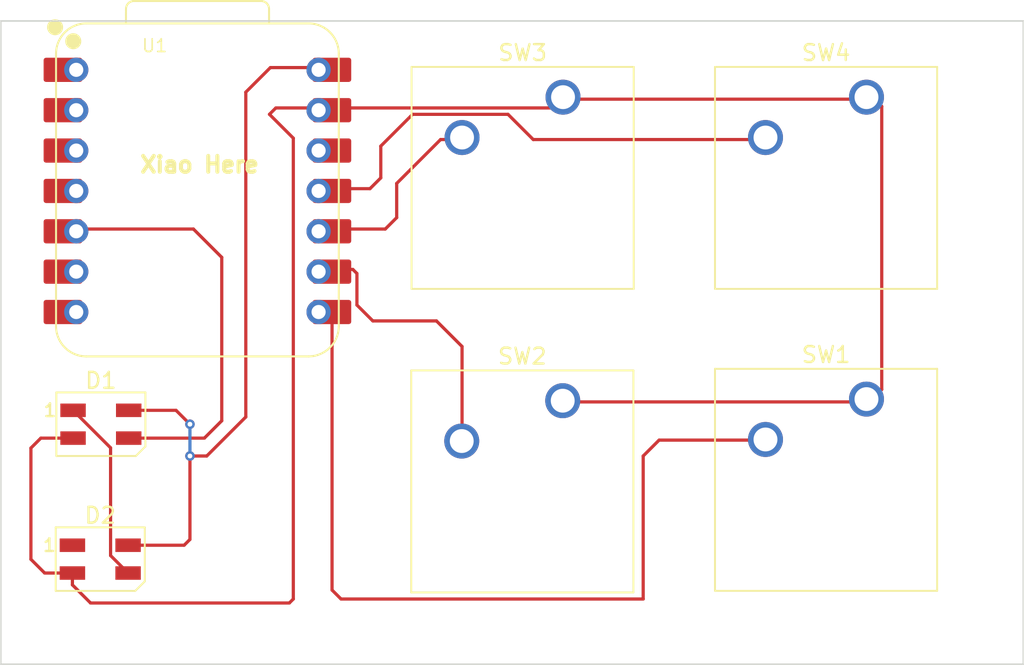
<source format=kicad_pcb>
(kicad_pcb (version 20241229) (generator "pcbnew") (generator_version "9.0")
  (layers (0 "F.Cu" signal) (2 "B.Cu" signal) (13 "F.Paste" user) (15 "B.Paste" user) (5 "F.SilkS" user "F.Silkscreen") (7 "B.SilkS" user "B.Silkscreen") (1 "F.Mask" user) (3 "B.Mask" user) (25 "Edge.Cuts" user))
  (net 0 "")
  (net 1 "+5V")
  (net 2 "Net-(D1-DOUT)")
  (net 3 "GND")
  (net 4 "Net-(D1-DIN)")
  (net 6 "Net-(U1-GPIO1{slash}RX)")
  (net 7 "Net-(U1-GPIO2{slash}SCK)")
  (net 8 "Net-(U1-GPIO4{slash}MISO)")
  (net 9 "Net-(U1-GPIO3{slash}MOSI)")
  (footprint "Button_Switch_Keyboard:SW_Cherry_MX_1.00u_PCB" (layer "F.Cu") (at 142.54 52.42)
    (property "Reference" "SW4" (at -2.54 -2.794 0) (layer "F.SilkS"))
    (property "Value" "SW_Push")
    (fp_line (start -9.525 -1.905) (end 4.445 -1.905) (stroke (width 0.12)) (layer "F.SilkS"))
    (fp_line (start -9.525 12.065) (end -9.525 -1.905) (stroke (width 0.12)) (layer "F.SilkS"))
    (fp_line (start 4.445 -1.905) (end 4.445 12.065) (stroke (width 0.12)) (layer "F.SilkS"))
    (fp_line (start 4.445 12.065) (end -9.525 12.065) (stroke (width 0.12)) (layer "F.SilkS"))
    (pad "" np_thru_hole circle (at -7.62 5.08) (size 1.7 1.7) (drill 1.7) (layers "*.Cu" "*.Mask"))
    (pad "" np_thru_hole circle (at -2.54 5.08) (size 4 4) (drill 4) (layers "*.Cu" "*.Mask"))
    (pad "" np_thru_hole circle (at 2.54 5.08) (size 1.7 1.7) (drill 1.7) (layers "*.Cu" "*.Mask"))
    (pad "1" thru_hole circle (at 0 0) (size 2.2 2.2) (drill 1.5) (layers "*.Cu" "*.Mask") (net 3 "GND"))
    (pad "2" thru_hole circle (at -6.35 2.54) (size 2.2 2.2) (drill 1.5) (layers "*.Cu" "*.Mask") (net 9 "Net-(U1-GPIO3{slash}MOSI)"))
  )
  (footprint "LED_SMD:LED_SK6812MINI_PLCC4_3.5x3.5mm_P1.75mm" (layer "F.Cu") (at 94.4 73)
    (property "Reference" "D1" (at 0 -2.75 0) (layer "F.SilkS"))
    (property "Value" "SK6812MINI")
    (fp_line (start -2.8 -2) (end -2.8 2) (stroke (width 0.12)) (layer "F.SilkS"))
    (fp_line (start -2.8 -2) (end 2.8 -2) (stroke (width 0.12)) (layer "F.SilkS"))
    (fp_line (start -2.8 2) (end 2.2 2) (stroke (width 0.12)) (layer "F.SilkS"))
    (fp_line (start 2.8 1.4) (end 2.2 2) (stroke (width 0.12)) (layer "F.SilkS"))
    (fp_line (start 2.8 1.4) (end 2.8 -2) (stroke (width 0.12)) (layer "F.SilkS"))
    (fp_text user "1" (at -3.2 -0.875 0) (layer "F.SilkS") (effects (font (size 0.8 0.8))))
    (pad "1" smd rect (at -1.75 -0.875) (size 1.6 0.85) (layers "F.Cu" "F.Mask" "F.Paste") (net 2 "Net-(D1-DOUT)"))
    (pad "2" smd rect (at -1.75 0.875) (size 1.6 0.85) (layers "F.Cu" "F.Mask" "F.Paste") (net 3 "GND"))
    (pad "3" smd rect (at 1.75 0.875) (size 1.6 0.85) (layers "F.Cu" "F.Mask" "F.Paste") (net 4 "Net-(D1-DIN)"))
    (pad "4" smd rect (at 1.75 -0.875) (size 1.6 0.85) (layers "F.Cu" "F.Mask" "F.Paste") (net 1 "+5V"))
  )
  (footprint "Button_Switch_Keyboard:SW_Cherry_MX_1.00u_PCB" (layer "F.Cu") (at 123.44 71.52)
    (property "Reference" "SW2" (at -2.54 -2.794 0) (layer "F.SilkS"))
    (property "Value" "SW_Push")
    (fp_line (start -9.525 -1.905) (end 4.445 -1.905) (stroke (width 0.12)) (layer "F.SilkS"))
    (fp_line (start -9.525 12.065) (end -9.525 -1.905) (stroke (width 0.12)) (layer "F.SilkS"))
    (fp_line (start 4.445 -1.905) (end 4.445 12.065) (stroke (width 0.12)) (layer "F.SilkS"))
    (fp_line (start 4.445 12.065) (end -9.525 12.065) (stroke (width 0.12)) (layer "F.SilkS"))
    (pad "" np_thru_hole circle (at -7.62 5.08) (size 1.7 1.7) (drill 1.7) (layers "*.Cu" "*.Mask"))
    (pad "" np_thru_hole circle (at -2.54 5.08) (size 4 4) (drill 4) (layers "*.Cu" "*.Mask"))
    (pad "" np_thru_hole circle (at 2.54 5.08) (size 1.7 1.7) (drill 1.7) (layers "*.Cu" "*.Mask"))
    (pad "1" thru_hole circle (at 0 0) (size 2.2 2.2) (drill 1.5) (layers "*.Cu" "*.Mask") (net 3 "GND"))
    (pad "2" thru_hole circle (at -6.35 2.54) (size 2.2 2.2) (drill 1.5) (layers "*.Cu" "*.Mask") (net 7 "Net-(U1-GPIO2{slash}SCK)"))
  )
  (footprint "Button_Switch_Keyboard:SW_Cherry_MX_1.00u_PCB" (layer "F.Cu") (at 142.54 71.42)
    (property "Reference" "SW1" (at -2.54 -2.794 0) (layer "F.SilkS"))
    (property "Value" "SW_Push")
    (fp_line (start -9.525 -1.905) (end 4.445 -1.905) (stroke (width 0.12)) (layer "F.SilkS"))
    (fp_line (start -9.525 12.065) (end -9.525 -1.905) (stroke (width 0.12)) (layer "F.SilkS"))
    (fp_line (start 4.445 -1.905) (end 4.445 12.065) (stroke (width 0.12)) (layer "F.SilkS"))
    (fp_line (start 4.445 12.065) (end -9.525 12.065) (stroke (width 0.12)) (layer "F.SilkS"))
    (pad "" np_thru_hole circle (at -7.62 5.08) (size 1.7 1.7) (drill 1.7) (layers "*.Cu" "*.Mask"))
    (pad "" np_thru_hole circle (at -2.54 5.08) (size 4 4) (drill 4) (layers "*.Cu" "*.Mask"))
    (pad "" np_thru_hole circle (at 2.54 5.08) (size 1.7 1.7) (drill 1.7) (layers "*.Cu" "*.Mask"))
    (pad "1" thru_hole circle (at 0 0) (size 2.2 2.2) (drill 1.5) (layers "*.Cu" "*.Mask") (net 3 "GND"))
    (pad "2" thru_hole circle (at -6.35 2.54) (size 2.2 2.2) (drill 1.5) (layers "*.Cu" "*.Mask") (net 6 "Net-(U1-GPIO1{slash}RX)"))
  )
  (footprint "OPL:XIAO-RP2040-DIP" (layer "F.Cu") (at 100.47 58.32)
    (property "Reference" "U1" (at -2.69 -9.14 0) (layer "F.SilkS") (effects (font (size 0.8 0.8) (thickness 0.1016))))
    (property "Value" "XIAO-RP2040-DIP")
    (fp_line (start -8.89 8.509) (end -8.89 -8.636) (stroke (width 0.127)) (layer "F.SilkS"))
    (fp_line (start -6.985 10.414) (end 6.985 10.414) (stroke (width 0.127)) (layer "F.SilkS"))
    (fp_line (start -4.495 -10.541) (end -4.491272 -11.451272) (stroke (width 0.127)) (layer "F.SilkS"))
    (fp_line (start -3.991272 -11.951) (end 4.004 -11.951) (stroke (width 0.127)) (layer "F.SilkS"))
    (fp_line (start 4.504 -11.451) (end 4.504 -10.541) (stroke (width 0.127)) (layer "F.SilkS"))
    (fp_line (start 6.985 -10.541) (end -6.985 -10.541) (stroke (width 0.1)) (layer "F.SilkS"))
    (fp_line (start 6.985 -10.541) (end -6.985 -10.541) (stroke (width 0.127)) (layer "F.SilkS"))
    (fp_line (start 8.89 8.509) (end 8.89 -8.636) (stroke (width 0.127)) (layer "F.SilkS"))
    (fp_arc (start -8.89 -8.636) (mid -8.332038 -9.983038) (end -6.985 -10.541) (stroke (width 0.127)) (layer "F.SilkS"))
    (fp_arc (start -6.985 10.414) (mid -8.332038 9.856038) (end -8.89 8.509) (stroke (width 0.127)) (layer "F.SilkS"))
    (fp_arc (start -4.491272 -11.451272) (mid -4.344728 -11.80464) (end -3.991272 -11.951) (stroke (width 0.127)) (layer "F.SilkS"))
    (fp_arc (start 4.004 -11.951) (mid 4.357553 -11.804553) (end 4.504 -11.451) (stroke (width 0.127)) (layer "F.SilkS"))
    (fp_arc (start 6.985 -10.541) (mid 8.332038 -9.983038) (end 8.89 -8.636) (stroke (width 0.127)) (layer "F.SilkS"))
    (fp_arc (start 8.89 8.509) (mid 8.332038 9.856038) (end 6.985 10.414) (stroke (width 0.127)) (layer "F.SilkS"))
    (fp_circle (center -8.95 -10.3) (end -8.95 -10.554) (stroke (width 0.5)) (fill yes) (layer "F.SilkS"))
    (fp_circle (center -7.807 -9.42) (end -7.807 -9.674) (stroke (width 0.5)) (fill yes) (layer "F.SilkS"))
    (pad "1" smd roundrect (at -8.455 -7.62 180) (size 2.432 1.524) (layers "F.Cu" "F.Mask") (roundrect_rratio 0.1))
    (pad "1" thru_hole circle (at -7.62 -7.62 180) (size 1.524 1.524) (drill 0.889) (layers "*.Cu" "*.Mask"))
    (pad "2" smd roundrect (at -8.455 -5.08 180) (size 2.432 1.524) (layers "F.Cu" "F.Mask") (roundrect_rratio 0.1))
    (pad "2" thru_hole circle (at -7.62 -5.08 180) (size 1.524 1.524) (drill 0.889) (layers "*.Cu" "*.Mask"))
    (pad "3" smd roundrect (at -8.455 -2.54 180) (size 2.432 1.524) (layers "F.Cu" "F.Mask") (roundrect_rratio 0.1))
    (pad "3" thru_hole circle (at -7.62 -2.54 180) (size 1.524 1.524) (drill 0.889) (layers "*.Cu" "*.Mask"))
    (pad "4" smd roundrect (at -8.455 0 180) (size 2.432 1.524) (layers "F.Cu" "F.Mask") (roundrect_rratio 0.1))
    (pad "4" thru_hole circle (at -7.62 0 180) (size 1.524 1.524) (drill 0.889) (layers "*.Cu" "*.Mask"))
    (pad "5" smd roundrect (at -8.455 2.54 180) (size 2.432 1.524) (layers "F.Cu" "F.Mask") (roundrect_rratio 0.1) (net 4 "Net-(D1-DIN)"))
    (pad "5" thru_hole circle (at -7.62 2.54 180) (size 1.524 1.524) (drill 0.889) (layers "*.Cu" "*.Mask") (net 4 "Net-(D1-DIN)"))
    (pad "6" smd roundrect (at -8.455 5.08 180) (size 2.432 1.524) (layers "F.Cu" "F.Mask") (roundrect_rratio 0.1))
    (pad "6" thru_hole circle (at -7.62 5.08 180) (size 1.524 1.524) (drill 0.889) (layers "*.Cu" "*.Mask"))
    (pad "7" smd roundrect (at -8.455 7.62 180) (size 2.432 1.524) (layers "F.Cu" "F.Mask") (roundrect_rratio 0.1))
    (pad "7" thru_hole circle (at -7.62 7.62 180) (size 1.524 1.524) (drill 0.889) (layers "*.Cu" "*.Mask"))
    (pad "8" thru_hole circle (at 7.62 7.62) (size 1.524 1.524) (drill 0.889) (layers "*.Cu" "*.Mask") (net 6 "Net-(U1-GPIO1{slash}RX)"))
    (pad "8" smd roundrect (at 8.455 7.62) (size 2.432 1.524) (layers "F.Cu" "F.Mask") (roundrect_rratio 0.1) (net 6 "Net-(U1-GPIO1{slash}RX)"))
    (pad "9" thru_hole circle (at 7.62 5.08) (size 1.524 1.524) (drill 0.889) (layers "*.Cu" "*.Mask") (net 7 "Net-(U1-GPIO2{slash}SCK)"))
    (pad "9" smd roundrect (at 8.455 5.08) (size 2.432 1.524) (layers "F.Cu" "F.Mask") (roundrect_rratio 0.1) (net 7 "Net-(U1-GPIO2{slash}SCK)"))
    (pad "10" thru_hole circle (at 7.62 2.54) (size 1.524 1.524) (drill 0.889) (layers "*.Cu" "*.Mask") (net 8 "Net-(U1-GPIO4{slash}MISO)"))
    (pad "10" smd roundrect (at 8.455 2.54) (size 2.432 1.524) (layers "F.Cu" "F.Mask") (roundrect_rratio 0.1) (net 8 "Net-(U1-GPIO4{slash}MISO)"))
    (pad "11" thru_hole circle (at 7.62 0) (size 1.524 1.524) (drill 0.889) (layers "*.Cu" "*.Mask") (net 9 "Net-(U1-GPIO3{slash}MOSI)"))
    (pad "11" smd roundrect (at 8.455 0) (size 2.432 1.524) (layers "F.Cu" "F.Mask") (roundrect_rratio 0.1) (net 9 "Net-(U1-GPIO3{slash}MOSI)"))
    (pad "12" thru_hole circle (at 7.62 -2.54) (size 1.524 1.524) (drill 0.889) (layers "*.Cu" "*.Mask"))
    (pad "12" smd roundrect (at 8.455 -2.54) (size 2.432 1.524) (layers "F.Cu" "F.Mask") (roundrect_rratio 0.1))
    (pad "13" thru_hole circle (at 7.62 -5.08) (size 1.524 1.524) (drill 0.889) (layers "*.Cu" "*.Mask") (net 3 "GND"))
    (pad "13" smd roundrect (at 8.455 -5.08) (size 2.432 1.524) (layers "F.Cu" "F.Mask") (roundrect_rratio 0.1) (net 3 "GND"))
    (pad "14" thru_hole circle (at 7.62 -7.62) (size 1.524 1.524) (drill 0.889) (layers "*.Cu" "*.Mask") (net 1 "+5V"))
    (pad "14" smd roundrect (at 8.455 -7.62) (size 2.432 1.524) (layers "F.Cu" "F.Mask") (roundrect_rratio 0.1) (net 1 "+5V"))
  )
  (footprint "LED_SMD:LED_SK6812MINI_PLCC4_3.5x3.5mm_P1.75mm" (layer "F.Cu") (at 94.36 81.49)
    (property "Reference" "D2" (at 0 -2.75 0) (layer "F.SilkS"))
    (property "Value" "SK6812MINI")
    (fp_line (start -2.8 -2) (end -2.8 2) (stroke (width 0.12)) (layer "F.SilkS"))
    (fp_line (start -2.8 -2) (end 2.8 -2) (stroke (width 0.12)) (layer "F.SilkS"))
    (fp_line (start -2.8 2) (end 2.2 2) (stroke (width 0.12)) (layer "F.SilkS"))
    (fp_line (start 2.8 1.4) (end 2.2 2) (stroke (width 0.12)) (layer "F.SilkS"))
    (fp_line (start 2.8 1.4) (end 2.8 -2) (stroke (width 0.12)) (layer "F.SilkS"))
    (fp_text user "1" (at -3.2 -0.875 0) (layer "F.SilkS") (effects (font (size 0.8 0.8))))
    (pad "1" smd rect (at -1.75 -0.875) (size 1.6 0.85) (layers "F.Cu" "F.Mask" "F.Paste"))
    (pad "2" smd rect (at -1.75 0.875) (size 1.6 0.85) (layers "F.Cu" "F.Mask" "F.Paste") (net 3 "GND"))
    (pad "3" smd rect (at 1.75 0.875) (size 1.6 0.85) (layers "F.Cu" "F.Mask" "F.Paste") (net 2 "Net-(D1-DOUT)"))
    (pad "4" smd rect (at 1.75 -0.875) (size 1.6 0.85) (layers "F.Cu" "F.Mask" "F.Paste") (net 1 "+5V"))
  )
  (footprint "Button_Switch_Keyboard:SW_Cherry_MX_1.00u_PCB" (layer "F.Cu") (at 123.46 52.42)
    (property "Reference" "SW3" (at -2.54 -2.794 0) (layer "F.SilkS"))
    (property "Value" "SW_Push")
    (fp_line (start -9.525 -1.905) (end 4.445 -1.905) (stroke (width 0.12)) (layer "F.SilkS"))
    (fp_line (start -9.525 12.065) (end -9.525 -1.905) (stroke (width 0.12)) (layer "F.SilkS"))
    (fp_line (start 4.445 -1.905) (end 4.445 12.065) (stroke (width 0.12)) (layer "F.SilkS"))
    (fp_line (start 4.445 12.065) (end -9.525 12.065) (stroke (width 0.12)) (layer "F.SilkS"))
    (pad "" np_thru_hole circle (at -7.62 5.08) (size 1.7 1.7) (drill 1.7) (layers "*.Cu" "*.Mask"))
    (pad "" np_thru_hole circle (at -2.54 5.08) (size 4 4) (drill 4) (layers "*.Cu" "*.Mask"))
    (pad "" np_thru_hole circle (at 2.54 5.08) (size 1.7 1.7) (drill 1.7) (layers "*.Cu" "*.Mask"))
    (pad "1" thru_hole circle (at 0 0) (size 2.2 2.2) (drill 1.5) (layers "*.Cu" "*.Mask") (net 3 "GND"))
    (pad "2" thru_hole circle (at -6.35 2.54) (size 2.2 2.2) (drill 1.5) (layers "*.Cu" "*.Mask") (net 8 "Net-(U1-GPIO4{slash}MISO)"))
  )
  (gr_rect (start 88.10625 47.625) (end 152.4 88.10625) (stroke (width 0.1)) (fill no) (layer "Edge.Cuts"))
  (gr_text "Xiao Here" (at 96.75 57.25 0) (layer "F.SilkS") (effects (font (size 1 1) (thickness 0.25) (bold yes)) (justify left bottom)))
  (segment (start 108.1 50.5585) (end 105.0585 50.5585) (width 0.2) (layer "F.Cu") (net 1))
  (segment (start 103.5125 72.545) (end 103.5125 52.1045) (width 0.2) (layer "F.Cu") (net 1))
  (segment (start 101.0575 75) (end 100 75) (width 0.2) (layer "F.Cu") (net 1))
  (segment (start 103.5125 52.1045) (end 105.0585 50.5585) (width 0.2) (layer "F.Cu") (net 1))
  (segment (start 100 73) (end 99.125 72.125) (width 0.2) (layer "F.Cu") (net 1))
  (segment (start 99.125 72.125) (end 96.15 72.125) (width 0.2) (layer "F.Cu") (net 1))
  (segment (start 100 80.25) (end 99.635 80.615) (width 0.2) (layer "F.Cu") (net 1))
  (segment (start 103.5125 72.545) (end 101.0575 75) (width 0.2) (layer "F.Cu") (net 1))
  (segment (start 100 75) (end 100 80.25) (width 0.2) (layer "F.Cu") (net 1))
  (segment (start 99.635 80.615) (end 96.11 80.615) (width 0.2) (layer "F.Cu") (net 1))
  (via (at 100 75) (size 0.6) (drill 0.3) (layers "F.Cu" "B.Cu") (net 1))
  (via (at 100 73) (size 0.6) (drill 0.3) (layers "F.Cu" "B.Cu") (net 1))
  (segment (start 100 75) (end 100 73) (width 0.2) (layer "B.Cu") (net 1))
  (segment (start 95.009 81.264) (end 95.009 74.484) (width 0.2) (layer "F.Cu") (net 2))
  (segment (start 96.11 82.365) (end 95.009 81.264) (width 0.2) (layer "F.Cu") (net 2))
  (segment (start 95.009 74.484) (end 92.65 72.125) (width 0.2) (layer "F.Cu") (net 2))
  (segment (start 108.935 53.0985) (end 123.114 53.0985) (width 0.2) (layer "F.Cu") (net 3))
  (segment (start 106.5 55) (end 105 53.5) (width 0.2) (layer "F.Cu") (net 3))
  (segment (start 93.75 84.25) (end 106.25 84.25) (width 0.2) (layer "F.Cu") (net 3))
  (segment (start 106.25 84.25) (end 106.5 84) (width 0.2) (layer "F.Cu") (net 3))
  (segment (start 123.114 53.0985) (end 123.66625 52.54625) (width 0.2) (layer "F.Cu") (net 3))
  (segment (start 106.5 84) (end 106.5 55) (width 0.2) (layer "F.Cu") (net 3))
  (segment (start 90 81.5) (end 90.865 82.365) (width 0.2) (layer "F.Cu") (net 3))
  (segment (start 92.61 82.365) (end 92.61 83.11) (width 0.2) (layer "F.Cu") (net 3))
  (segment (start 143.04625 52.54625) (end 143.5 53) (width 0.2) (layer "F.Cu") (net 3))
  (segment (start 90.865 82.365) (end 92.61 82.365) (width 0.2) (layer "F.Cu") (net 3))
  (segment (start 90.625 73.875) (end 90 74.5) (width 0.2) (layer "F.Cu") (net 3))
  (segment (start 92.65 73.875) (end 90.625 73.875) (width 0.2) (layer "F.Cu") (net 3))
  (segment (start 143.5 53) (end 143.5 70.8125) (width 0.2) (layer "F.Cu") (net 3))
  (segment (start 105.4015 53.0985) (end 108.935 53.0985) (width 0.2) (layer "F.Cu") (net 3))
  (segment (start 142.71625 71.59625) (end 123.66625 71.59625) (width 0.2) (layer "F.Cu") (net 3))
  (segment (start 143.5 70.8125) (end 142.71625 71.59625) (width 0.2) (layer "F.Cu") (net 3))
  (segment (start 142.71625 52.54625) (end 143.04625 52.54625) (width 0.2) (layer "F.Cu") (net 3))
  (segment (start 90 74.5) (end 90 81.5) (width 0.2) (layer "F.Cu") (net 3))
  (segment (start 105 53.5) (end 105.4015 53.0985) (width 0.2) (layer "F.Cu") (net 3))
  (segment (start 123.66625 52.54625) (end 142.71625 52.54625) (width 0.2) (layer "F.Cu") (net 3))
  (segment (start 92.61 83.11) (end 93.75 84.25) (width 0.2) (layer "F.Cu") (net 3))
  (segment (start 102 72.7825) (end 100.9075 73.875) (width 0.2) (layer "F.Cu") (net 4))
  (segment (start 100.2185 60.7185) (end 92.86 60.7185) (width 0.2) (layer "F.Cu") (net 4))
  (segment (start 100.9075 73.875) (end 96.15 73.875) (width 0.2) (layer "F.Cu") (net 4))
  (segment (start 102 72.7825) (end 102 62.5) (width 0.2) (layer "F.Cu") (net 4))
  (segment (start 102 62.5) (end 100.2185 60.7185) (width 0.2) (layer "F.Cu") (net 4))
  (segment (start 128.5 75) (end 128.5 84) (width 0.2) (layer "F.Cu") (net 6))
  (segment (start 136.19 73.96) (end 136.15 74) (width 0.2) (layer "F.Cu") (net 6))
  (segment (start 109.5 84) (end 108.935 83.435) (width 0.2) (layer "F.Cu") (net 6))
  (segment (start 108.935 83.435) (end 108.935 65.7985) (width 0.2) (layer "F.Cu") (net 6))
  (segment (start 128.5 84) (end 109.5 84) (width 0.2) (layer "F.Cu") (net 6))
  (segment (start 129.5 74) (end 128.5 75) (width 0.2) (layer "F.Cu") (net 6))
  (segment (start 136.15 74) (end 129.5 74) (width 0.2) (layer "F.Cu") (net 6))
  (segment (start 117.11 68.11) (end 115.5 66.5) (width 0.2) (layer "F.Cu") (net 7))
  (segment (start 110.5 63.517) (end 110.2415 63.2585) (width 0.2) (layer "F.Cu") (net 7))
  (segment (start 110.5 65.5) (end 110.5 63.517) (width 0.2) (layer "F.Cu") (net 7))
  (segment (start 115.5 66.5) (end 111.5 66.5) (width 0.2) (layer "F.Cu") (net 7))
  (segment (start 111.5 66.5) (end 110.5 65.5) (width 0.2) (layer "F.Cu") (net 7))
  (segment (start 110.2415 63.2585) (end 108.935 63.2585) (width 0.2) (layer "F.Cu") (net 7))
  (segment (start 117.11 73.96) (end 117.11 68.11) (width 0.2) (layer "F.Cu") (net 7))
  (segment (start 115.760616 55.08625) (end 113 57.846866) (width 0.2) (layer "F.Cu") (net 8))
  (segment (start 113 57.846866) (end 113 60) (width 0.2) (layer "F.Cu") (net 8))
  (segment (start 113 60) (end 112.2815 60.7185) (width 0.2) (layer "F.Cu") (net 8))
  (segment (start 112.2815 60.7185) (end 108.935 60.7185) (width 0.2) (layer "F.Cu") (net 8))
  (segment (start 117.31625 55.08625) (end 115.760616 55.08625) (width 0.2) (layer "F.Cu") (net 8))
  (segment (start 121.58625 55.08625) (end 120 53.5) (width 0.2) (layer "F.Cu") (net 9))
  (segment (start 120 53.5) (end 114 53.5) (width 0.2) (layer "F.Cu") (net 9))
  (segment (start 112 55.5) (end 112 57.5) (width 0.2) (layer "F.Cu") (net 9))
  (segment (start 112 57.5) (end 111.3215 58.1785) (width 0.2) (layer "F.Cu") (net 9))
  (segment (start 136.36625 55.08625) (end 121.58625 55.08625) (width 0.2) (layer "F.Cu") (net 9))
  (segment (start 114 53.5) (end 112 55.5) (width 0.2) (layer "F.Cu") (net 9))
  (segment (start 111.3215 58.1785) (end 108.935 58.1785) (width 0.2) (layer "F.Cu") (net 9))
)
</source>
